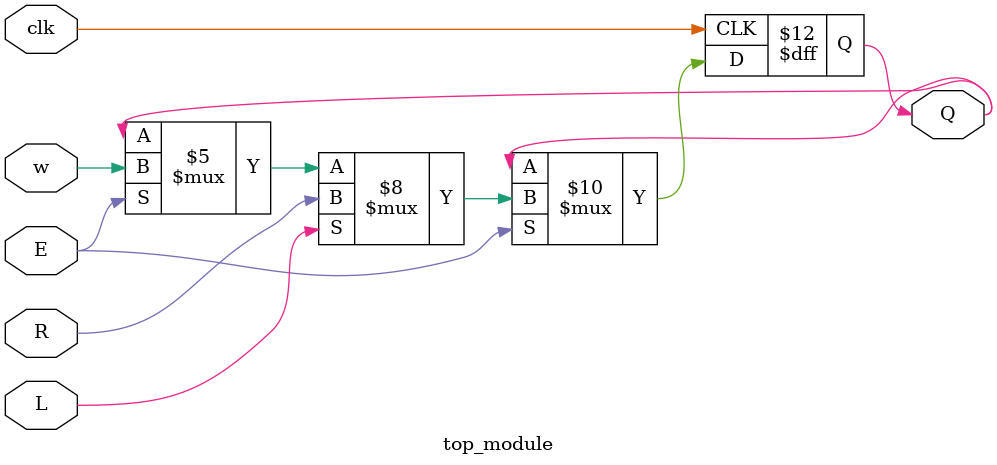
<source format=sv>
module top_module (
    input clk,
    input w,
    input R,
    input E,
    input L,
    output reg Q
);

    always @(posedge clk) begin
        if (L == 1'b1) begin
            Q <= R;
        end else begin
            if (E == 1'b1) begin
                Q <= w;
            end
        end
        
        if (E == 1'b0) begin
            Q <= Q;
        end
    end

endmodule

</source>
